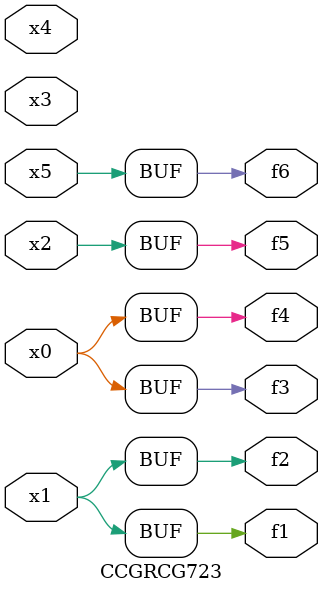
<source format=v>
module CCGRCG723(
	input x0, x1, x2, x3, x4, x5,
	output f1, f2, f3, f4, f5, f6
);
	assign f1 = x1;
	assign f2 = x1;
	assign f3 = x0;
	assign f4 = x0;
	assign f5 = x2;
	assign f6 = x5;
endmodule

</source>
